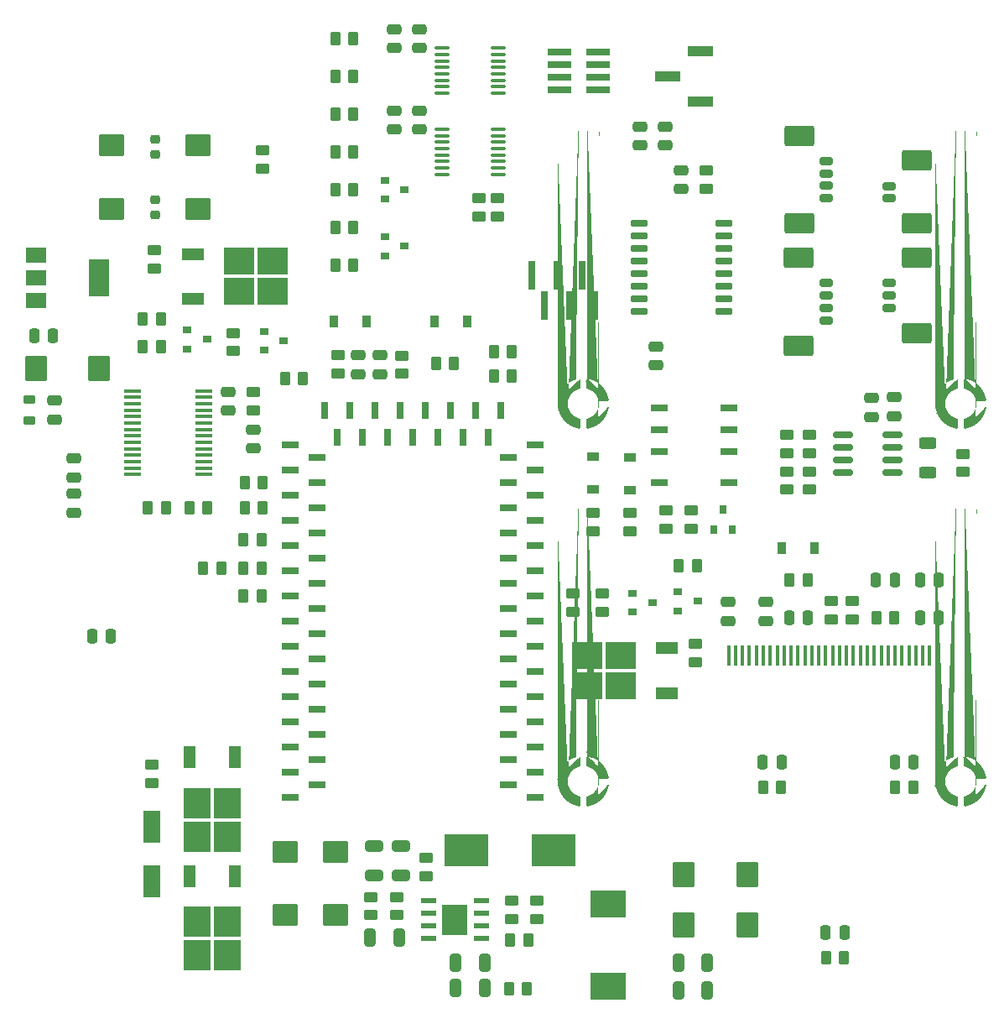
<source format=gbr>
%TF.GenerationSoftware,KiCad,Pcbnew,5.99.0-unknown-e950278637~142~ubuntu18.04.1*%
%TF.CreationDate,2021-10-25T23:56:18+03:00*%
%TF.ProjectId,cdf-1,6364662d-312e-46b6-9963-61645f706362,rev?*%
%TF.SameCoordinates,Original*%
%TF.FileFunction,Paste,Bot*%
%TF.FilePolarity,Positive*%
%FSLAX46Y46*%
G04 Gerber Fmt 4.6, Leading zero omitted, Abs format (unit mm)*
G04 Created by KiCad (PCBNEW 5.99.0-unknown-e950278637~142~ubuntu18.04.1) date 2021-10-25 23:56:18*
%MOMM*%
%LPD*%
G01*
G04 APERTURE LIST*
G04 Aperture macros list*
%AMRoundRect*
0 Rectangle with rounded corners*
0 $1 Rounding radius*
0 $2 $3 $4 $5 $6 $7 $8 $9 X,Y pos of 4 corners*
0 Add a 4 corners polygon primitive as box body*
4,1,4,$2,$3,$4,$5,$6,$7,$8,$9,$2,$3,0*
0 Add four circle primitives for the rounded corners*
1,1,$1+$1,$2,$3*
1,1,$1+$1,$4,$5*
1,1,$1+$1,$6,$7*
1,1,$1+$1,$8,$9*
0 Add four rect primitives between the rounded corners*
20,1,$1+$1,$2,$3,$4,$5,0*
20,1,$1+$1,$4,$5,$6,$7,0*
20,1,$1+$1,$6,$7,$8,$9,0*
20,1,$1+$1,$8,$9,$2,$3,0*%
%AMFreePoly0*
4,1,55,-1.033133,1.072210,-0.753086,1.009326,-0.481836,0.915487,-0.222795,0.791874,0.020780,0.640039,0.245828,0.461893,0.449519,0.259675,0.629293,0.035925,0.782890,-0.206542,0.908380,-0.464679,1.004184,-0.735241,1.069098,-1.014825,1.069100,-1.014828,1.068245,-1.020801,1.069263,-1.022202,1.069263,-1.084006,1.032936,-1.134006,0.974157,-1.153104,0.147677,-1.153104,0.088898,-1.134006,
0.084257,-1.127618,0.082872,-1.127062,0.076618,-1.117104,0.052571,-1.084006,0.052571,-1.078815,0.050002,-1.074724,0.050629,-1.065451,-0.011281,-0.874821,-0.102098,-0.686261,-0.217437,-0.511620,-0.355204,-0.354068,-0.512899,-0.216464,-0.687660,-0.101305,-0.876313,-0.010683,-1.067006,0.051030,-1.076279,0.050393,-1.079755,0.052571,-1.084006,0.052571,-1.110647,0.071927,-1.128652,0.083208,
-1.129676,0.085752,-1.134006,0.088898,-1.146820,0.128336,-1.151733,0.140540,-1.151320,0.142187,-1.153104,0.147677,-1.153104,0.974157,-1.134006,1.032936,-1.098889,1.058450,-1.094252,1.063016,-1.092174,1.063329,-1.084006,1.069263,-1.052735,1.069263,-1.033136,1.072212,-1.033133,1.072210,-1.033133,1.072210,$1*%
%AMFreePoly1*
4,1,55,-0.088898,1.134006,-0.084257,1.127618,-0.082872,1.127062,-0.076618,1.117104,-0.052571,1.084006,-0.052571,1.078815,-0.050002,1.074724,-0.050629,1.065451,0.011281,0.874821,0.102098,0.686261,0.217437,0.511620,0.355204,0.354068,0.512899,0.216464,0.687660,0.101305,0.876313,0.010683,1.067006,-0.051030,1.076279,-0.050393,1.079755,-0.052571,1.084006,-0.052571,1.110647,-0.071927,
1.128652,-0.083208,1.129676,-0.085752,1.134006,-0.088898,1.146820,-0.128336,1.151733,-0.140540,1.151320,-0.142187,1.153104,-0.147677,1.153104,-0.974157,1.134006,-1.032936,1.098889,-1.058450,1.094252,-1.063016,1.092174,-1.063329,1.084006,-1.069263,1.052735,-1.069263,1.033136,-1.072212,1.033133,-1.072210,0.753086,-1.009326,0.481836,-0.915487,0.222795,-0.791874,-0.020780,-0.640039,
-0.245828,-0.461893,-0.449519,-0.259675,-0.629293,-0.035925,-0.782890,0.206542,-0.908380,0.464679,-1.004184,0.735241,-1.069098,1.014825,-1.069100,1.014828,-1.068245,1.020801,-1.069263,1.022202,-1.069263,1.084006,-1.032936,1.134006,-0.974157,1.153104,-0.147677,1.153104,-0.088898,1.134006,-0.088898,1.134006,$1*%
%AMFreePoly2*
4,1,55,1.032936,1.134006,1.058450,1.098889,1.063016,1.094252,1.063329,1.092174,1.069263,1.084006,1.069263,1.052735,1.072212,1.033136,1.072210,1.033133,1.009326,0.753086,0.915487,0.481836,0.791874,0.222795,0.640039,-0.020780,0.461893,-0.245828,0.259675,-0.449519,0.035925,-0.629293,-0.206542,-0.782890,-0.464679,-0.908380,-0.735241,-1.004184,-1.014825,-1.069098,-1.014828,-1.069100,
-1.020801,-1.068245,-1.022202,-1.069263,-1.084006,-1.069263,-1.134006,-1.032936,-1.153104,-0.974157,-1.153104,-0.147677,-1.134006,-0.088898,-1.127618,-0.084257,-1.127062,-0.082872,-1.117104,-0.076618,-1.084006,-0.052571,-1.078815,-0.052571,-1.074724,-0.050002,-1.065451,-0.050629,-0.874821,0.011281,-0.686261,0.102098,-0.511620,0.217437,-0.354068,0.355204,-0.216464,0.512899,-0.101305,0.687660,
-0.010683,0.876313,0.051030,1.067006,0.050393,1.076279,0.052571,1.079755,0.052571,1.084006,0.071927,1.110647,0.083208,1.128652,0.085752,1.129676,0.088898,1.134006,0.128336,1.146820,0.140540,1.151733,0.142187,1.151320,0.147677,1.153104,0.974157,1.153104,1.032936,1.134006,1.032936,1.134006,$1*%
%AMFreePoly3*
4,1,55,1.134006,1.032936,1.153104,0.974157,1.153104,0.147677,1.134006,0.088898,1.127618,0.084257,1.127062,0.082872,1.117104,0.076618,1.084006,0.052571,1.078815,0.052571,1.074724,0.050002,1.065451,0.050629,0.874821,-0.011281,0.686261,-0.102098,0.511620,-0.217437,0.354068,-0.355204,0.216464,-0.512899,0.101305,-0.687660,0.010683,-0.876313,-0.051030,-1.067006,-0.050393,-1.076279,
-0.052571,-1.079755,-0.052571,-1.084006,-0.071927,-1.110647,-0.083208,-1.128652,-0.085752,-1.129676,-0.088898,-1.134006,-0.128336,-1.146820,-0.140540,-1.151733,-0.142187,-1.151320,-0.147677,-1.153104,-0.974157,-1.153104,-1.032936,-1.134006,-1.058450,-1.098889,-1.063016,-1.094252,-1.063329,-1.092174,-1.069263,-1.084006,-1.069263,-1.052735,-1.072212,-1.033136,-1.072210,-1.033133,-1.009326,-0.753086,
-0.915487,-0.481836,-0.791874,-0.222795,-0.640039,0.020780,-0.461893,0.245828,-0.259675,0.449519,-0.035925,0.629293,0.206542,0.782890,0.464679,0.908380,0.735241,1.004184,1.014825,1.069098,1.014828,1.069100,1.020801,1.068245,1.022202,1.069263,1.084006,1.069263,1.134006,1.032936,1.134006,1.032936,$1*%
G04 Aperture macros list end*
%ADD10RoundRect,0.249999X1.025001X-0.875001X1.025001X0.875001X-1.025001X0.875001X-1.025001X-0.875001X0*%
%ADD11RoundRect,0.249999X0.650001X-0.325001X0.650001X0.325001X-0.650001X0.325001X-0.650001X-0.325001X0*%
%ADD12RoundRect,0.249999X0.325001X0.650001X-0.325001X0.650001X-0.325001X-0.650001X0.325001X-0.650001X0*%
%ADD13RoundRect,0.249999X-0.325001X-0.650001X0.325001X-0.650001X0.325001X0.650001X-0.325001X0.650001X0*%
%ADD14RoundRect,0.249999X-0.875001X-1.025001X0.875001X-1.025001X0.875001X1.025001X-0.875001X1.025001X0*%
%ADD15RoundRect,0.250000X-0.475000X0.250000X-0.475000X-0.250000X0.475000X-0.250000X0.475000X0.250000X0*%
%ADD16RoundRect,0.250000X0.475000X-0.250000X0.475000X0.250000X-0.475000X0.250000X-0.475000X-0.250000X0*%
%ADD17RoundRect,0.250000X0.250000X0.475000X-0.250000X0.475000X-0.250000X-0.475000X0.250000X-0.475000X0*%
%ADD18RoundRect,0.250000X-0.250000X-0.475000X0.250000X-0.475000X0.250000X0.475000X-0.250000X0.475000X0*%
%ADD19R,0.900000X1.200000*%
%ADD20R,1.200000X0.900000*%
%ADD21R,1.800000X0.800000*%
%ADD22R,0.900000X0.800000*%
%ADD23R,0.800000X0.900000*%
%ADD24RoundRect,0.249998X0.450002X-0.262502X0.450002X0.262502X-0.450002X0.262502X-0.450002X-0.262502X0*%
%ADD25RoundRect,0.249998X-0.450002X0.262502X-0.450002X-0.262502X0.450002X-0.262502X0.450002X0.262502X0*%
%ADD26RoundRect,0.249998X0.262502X0.450002X-0.262502X0.450002X-0.262502X-0.450002X0.262502X-0.450002X0*%
%ADD27RoundRect,0.249998X-0.262502X-0.450002X0.262502X-0.450002X0.262502X0.450002X-0.262502X0.450002X0*%
%ADD28RoundRect,0.249997X0.625003X-0.312503X0.625003X0.312503X-0.625003X0.312503X-0.625003X-0.312503X0*%
%ADD29R,1.750000X0.450000*%
%ADD30RoundRect,0.218750X0.381250X-0.218750X0.381250X0.218750X-0.381250X0.218750X-0.381250X-0.218750X0*%
%ADD31RoundRect,0.100000X0.637500X0.100000X-0.637500X0.100000X-0.637500X-0.100000X0.637500X-0.100000X0*%
%ADD32R,3.050000X2.750000*%
%ADD33R,2.200000X1.200000*%
%ADD34R,2.400000X0.740000*%
%ADD35R,2.510000X1.000000*%
%ADD36R,0.400000X2.000000*%
%ADD37R,0.650000X3.000000*%
%ADD38RoundRect,0.225000X0.250000X-0.225000X0.250000X0.225000X-0.250000X0.225000X-0.250000X-0.225000X0*%
%ADD39RoundRect,0.225000X-0.250000X0.225000X-0.250000X-0.225000X0.250000X-0.225000X0.250000X0.225000X0*%
%ADD40RoundRect,0.249999X-1.025001X0.875001X-1.025001X-0.875001X1.025001X-0.875001X1.025001X0.875001X0*%
%ADD41RoundRect,0.249999X-0.262501X-0.450001X0.262501X-0.450001X0.262501X0.450001X-0.262501X0.450001X0*%
%ADD42RoundRect,0.249999X0.262501X0.450001X-0.262501X0.450001X-0.262501X-0.450001X0.262501X-0.450001X0*%
%ADD43R,1.800000X0.650000*%
%ADD44R,0.650000X1.800000*%
%ADD45RoundRect,0.249999X-0.450001X0.262501X-0.450001X-0.262501X0.450001X-0.262501X0.450001X0.262501X0*%
%ADD46R,2.000000X1.500000*%
%ADD47R,2.000000X3.800000*%
%ADD48RoundRect,0.190000X-0.635000X-0.190000X0.635000X-0.190000X0.635000X0.190000X-0.635000X0.190000X0*%
%ADD49RoundRect,0.200000X-0.450000X0.200000X-0.450000X-0.200000X0.450000X-0.200000X0.450000X0.200000X0*%
%ADD50RoundRect,0.250001X-1.249999X0.799999X-1.249999X-0.799999X1.249999X-0.799999X1.249999X0.799999X0*%
%ADD51RoundRect,0.200000X0.450000X-0.200000X0.450000X0.200000X-0.450000X0.200000X-0.450000X-0.200000X0*%
%ADD52RoundRect,0.250001X1.249999X-0.799999X1.249999X0.799999X-1.249999X0.799999X-1.249999X-0.799999X0*%
%ADD53R,3.600000X2.700000*%
%ADD54R,4.500000X3.300000*%
%ADD55R,2.750000X3.050000*%
%ADD56R,1.200000X2.200000*%
%ADD57R,1.700000X3.300000*%
%ADD58R,1.550000X0.600000*%
%ADD59R,2.600000X3.100000*%
%ADD60FreePoly0,0.000000*%
%ADD61FreePoly1,0.000000*%
%ADD62FreePoly2,0.000000*%
%ADD63FreePoly3,0.000000*%
%ADD64RoundRect,0.150000X-0.825000X-0.150000X0.825000X-0.150000X0.825000X0.150000X-0.825000X0.150000X0*%
%ADD65RoundRect,0.249999X0.450001X-0.262501X0.450001X0.262501X-0.450001X0.262501X-0.450001X-0.262501X0*%
G04 APERTURE END LIST*
D10*
%TO.C,C1*%
X180340000Y-137947000D03*
X180340000Y-131547000D03*
%TD*%
%TO.C,C5*%
X185420000Y-137947000D03*
X185420000Y-131547000D03*
%TD*%
D11*
%TO.C,C6*%
X189357000Y-133936000D03*
X189357000Y-130986000D03*
%TD*%
D12*
%TO.C,C7*%
X200484000Y-142748000D03*
X197534000Y-142748000D03*
%TD*%
D13*
%TO.C,C9*%
X188898000Y-140208000D03*
X191848000Y-140208000D03*
%TD*%
D14*
%TO.C,C11*%
X220574000Y-133858000D03*
X226974000Y-133858000D03*
%TD*%
D13*
%TO.C,C13*%
X220013000Y-142748000D03*
X222963000Y-142748000D03*
%TD*%
D14*
%TO.C,C16*%
X220574000Y-138938000D03*
X226974000Y-138938000D03*
%TD*%
D15*
%TO.C,C19*%
X157099000Y-86045000D03*
X157099000Y-87945000D03*
%TD*%
D16*
%TO.C,C21*%
X159004000Y-93787000D03*
X159004000Y-91887000D03*
%TD*%
D15*
%TO.C,C24*%
X216154000Y-58425000D03*
X216154000Y-60325000D03*
%TD*%
D17*
%TO.C,C25*%
X156906000Y-79502000D03*
X155006000Y-79502000D03*
%TD*%
D15*
%TO.C,C27*%
X218694000Y-58425000D03*
X218694000Y-60325000D03*
%TD*%
%TO.C,C28*%
X174625000Y-85156000D03*
X174625000Y-87056000D03*
%TD*%
%TO.C,C29*%
X177165000Y-88966000D03*
X177165000Y-90866000D03*
%TD*%
D18*
%TO.C,C36*%
X231206000Y-107950000D03*
X233106000Y-107950000D03*
%TD*%
D16*
%TO.C,C37*%
X225044000Y-108265000D03*
X225044000Y-106365000D03*
%TD*%
D15*
%TO.C,C38*%
X228854000Y-106365000D03*
X228854000Y-108265000D03*
%TD*%
D17*
%TO.C,C39*%
X246314000Y-107950000D03*
X244414000Y-107950000D03*
%TD*%
%TO.C,C42*%
X246314000Y-104140000D03*
X244414000Y-104140000D03*
%TD*%
%TO.C,C43*%
X241869000Y-104140000D03*
X239969000Y-104140000D03*
%TD*%
D16*
%TO.C,C45*%
X241808000Y-87625000D03*
X241808000Y-85725000D03*
%TD*%
D15*
%TO.C,C46*%
X239522000Y-85791000D03*
X239522000Y-87691000D03*
%TD*%
D19*
%TO.C,D6*%
X195454000Y-78105000D03*
X198754000Y-78105000D03*
%TD*%
%TO.C,D7*%
X185294000Y-78105000D03*
X188594000Y-78105000D03*
%TD*%
D20*
%TO.C,D14*%
X211455000Y-94995000D03*
X211455000Y-91695000D03*
%TD*%
%TO.C,D15*%
X215138000Y-95122000D03*
X215138000Y-91822000D03*
%TD*%
D19*
%TO.C,D16*%
X233806000Y-100965000D03*
X230506000Y-100965000D03*
%TD*%
D21*
%TO.C,K1*%
X218115000Y-94351000D03*
X218115000Y-91151000D03*
X218115000Y-88951000D03*
X218115000Y-86751000D03*
X225115000Y-86751000D03*
X225115000Y-88951000D03*
X225115000Y-91151000D03*
X225115000Y-94351000D03*
%TD*%
D22*
%TO.C,Q3*%
X170450000Y-80833000D03*
X170450000Y-78933000D03*
X172450000Y-79883000D03*
%TD*%
%TO.C,Q4*%
X190389000Y-71435000D03*
X190389000Y-69535000D03*
X192389000Y-70485000D03*
%TD*%
%TO.C,Q5*%
X178197000Y-80960000D03*
X178197000Y-79060000D03*
X180197000Y-80010000D03*
%TD*%
D23*
%TO.C,Q8*%
X225486000Y-99044000D03*
X223586000Y-99044000D03*
X224536000Y-97044000D03*
%TD*%
D22*
%TO.C,Q9*%
X215408000Y-107376000D03*
X215408000Y-105476000D03*
X217408000Y-106426000D03*
%TD*%
%TO.C,Q10*%
X219980000Y-107249000D03*
X219980000Y-105349000D03*
X221980000Y-106299000D03*
%TD*%
D24*
%TO.C,R5*%
X194564000Y-134008500D03*
X194564000Y-132183500D03*
%TD*%
D25*
%TO.C,R6*%
X191643000Y-136120500D03*
X191643000Y-137945500D03*
%TD*%
D24*
%TO.C,R7*%
X188976000Y-137945500D03*
X188976000Y-136120500D03*
%TD*%
D26*
%TO.C,R9*%
X197381500Y-82296000D03*
X195556500Y-82296000D03*
%TD*%
%TO.C,R17*%
X167790500Y-77851000D03*
X165965500Y-77851000D03*
%TD*%
D27*
%TO.C,R19*%
X165965500Y-80645000D03*
X167790500Y-80645000D03*
%TD*%
D24*
%TO.C,R23*%
X175133000Y-81049500D03*
X175133000Y-79224500D03*
%TD*%
D26*
%TO.C,R24*%
X187221500Y-64770000D03*
X185396500Y-64770000D03*
%TD*%
D24*
%TO.C,R25*%
X177165000Y-87018500D03*
X177165000Y-85193500D03*
%TD*%
D26*
%TO.C,R30*%
X172489500Y-96901000D03*
X170664500Y-96901000D03*
%TD*%
%TO.C,R31*%
X168298500Y-96901000D03*
X166473500Y-96901000D03*
%TD*%
%TO.C,R32*%
X177950500Y-102997000D03*
X176125500Y-102997000D03*
%TD*%
D24*
%TO.C,R33*%
X201803000Y-67460500D03*
X201803000Y-65635500D03*
%TD*%
%TO.C,R34*%
X221361000Y-98980000D03*
X221361000Y-97155000D03*
%TD*%
%TO.C,R35*%
X218821000Y-98956500D03*
X218821000Y-97131500D03*
%TD*%
%TO.C,R38*%
X211455000Y-99210500D03*
X211455000Y-97385500D03*
%TD*%
%TO.C,R39*%
X215138000Y-99210500D03*
X215138000Y-97385500D03*
%TD*%
D27*
%TO.C,R40*%
X231243500Y-104140000D03*
X233068500Y-104140000D03*
%TD*%
D26*
%TO.C,R42*%
X178077500Y-94361000D03*
X176252500Y-94361000D03*
%TD*%
D27*
%TO.C,R44*%
X176252500Y-96901000D03*
X178077500Y-96901000D03*
%TD*%
D24*
%TO.C,R45*%
X209423000Y-107338500D03*
X209423000Y-105513500D03*
%TD*%
D25*
%TO.C,R46*%
X248793000Y-91416500D03*
X248793000Y-93241500D03*
%TD*%
D28*
%TO.C,R47*%
X245237000Y-93283500D03*
X245237000Y-90358500D03*
%TD*%
D24*
%TO.C,R50*%
X212344000Y-107338500D03*
X212344000Y-105513500D03*
%TD*%
D26*
%TO.C,R51*%
X241831500Y-107950000D03*
X240006500Y-107950000D03*
%TD*%
D27*
%TO.C,R52*%
X220067500Y-102743000D03*
X221892500Y-102743000D03*
%TD*%
D24*
%TO.C,R53*%
X221742000Y-112418500D03*
X221742000Y-110593500D03*
%TD*%
%TO.C,R54*%
X231013000Y-91336500D03*
X231013000Y-89511500D03*
%TD*%
D25*
%TO.C,R55*%
X231013000Y-93194500D03*
X231013000Y-95019500D03*
%TD*%
%TO.C,R57*%
X233299000Y-89511500D03*
X233299000Y-91336500D03*
%TD*%
D24*
%TO.C,R58*%
X233299000Y-95019500D03*
X233299000Y-93194500D03*
%TD*%
D29*
%TO.C,U3*%
X172129000Y-85056000D03*
X172129000Y-85706000D03*
X172129000Y-86356000D03*
X172129000Y-87006000D03*
X172129000Y-87656000D03*
X172129000Y-88306000D03*
X172129000Y-88956000D03*
X172129000Y-89606000D03*
X172129000Y-90256000D03*
X172129000Y-90906000D03*
X172129000Y-91556000D03*
X172129000Y-92206000D03*
X172129000Y-92856000D03*
X172129000Y-93506000D03*
X164929000Y-93506000D03*
X164929000Y-92856000D03*
X164929000Y-92206000D03*
X164929000Y-91556000D03*
X164929000Y-90906000D03*
X164929000Y-90256000D03*
X164929000Y-89606000D03*
X164929000Y-88956000D03*
X164929000Y-88306000D03*
X164929000Y-87656000D03*
X164929000Y-87006000D03*
X164929000Y-86356000D03*
X164929000Y-85706000D03*
X164929000Y-85056000D03*
%TD*%
D30*
%TO.C,FB1*%
X154559000Y-88057500D03*
X154559000Y-85932500D03*
%TD*%
D31*
%TO.C,U4*%
X201871500Y-58685000D03*
X201871500Y-59335000D03*
X201871500Y-59985000D03*
X201871500Y-60635000D03*
X201871500Y-61285000D03*
X201871500Y-61935000D03*
X201871500Y-62585000D03*
X201871500Y-63235000D03*
X196146500Y-63235000D03*
X196146500Y-62585000D03*
X196146500Y-61935000D03*
X196146500Y-61285000D03*
X196146500Y-60635000D03*
X196146500Y-59985000D03*
X196146500Y-59335000D03*
X196146500Y-58685000D03*
%TD*%
D32*
%TO.C,Q11*%
X214205000Y-114809000D03*
X214205000Y-111759000D03*
X210855000Y-111759000D03*
X210855000Y-114809000D03*
D33*
X218830000Y-111004000D03*
X218830000Y-115564000D03*
%TD*%
D32*
%TO.C,Q7*%
X175685000Y-75058000D03*
X175685000Y-72008000D03*
X179035000Y-75058000D03*
X179035000Y-72008000D03*
D33*
X171060000Y-75813000D03*
X171060000Y-71253000D03*
%TD*%
D16*
%TO.C,C30*%
X191389000Y-58685000D03*
X191389000Y-56785000D03*
%TD*%
D34*
%TO.C,J12*%
X211896400Y-50850000D03*
X207996400Y-50850000D03*
X211896400Y-52120000D03*
X207996400Y-52120000D03*
X211896400Y-53390000D03*
X207996400Y-53390000D03*
X211896400Y-54660000D03*
X207996400Y-54660000D03*
%TD*%
D31*
%TO.C,U5*%
X201871500Y-50480000D03*
X201871500Y-51130000D03*
X201871500Y-51780000D03*
X201871500Y-52430000D03*
X201871500Y-53080000D03*
X201871500Y-53730000D03*
X201871500Y-54380000D03*
X201871500Y-55030000D03*
X196146500Y-55030000D03*
X196146500Y-54380000D03*
X196146500Y-53730000D03*
X196146500Y-53080000D03*
X196146500Y-52430000D03*
X196146500Y-51780000D03*
X196146500Y-51130000D03*
X196146500Y-50480000D03*
%TD*%
D16*
%TO.C,C34*%
X193929000Y-50480000D03*
X193929000Y-48580000D03*
%TD*%
%TO.C,C31*%
X191389000Y-50480000D03*
X191389000Y-48580000D03*
%TD*%
%TO.C,C32*%
X193929000Y-58685000D03*
X193929000Y-56785000D03*
%TD*%
D26*
%TO.C,R16*%
X204747500Y-145415000D03*
X202922500Y-145415000D03*
%TD*%
D22*
%TO.C,Q6*%
X190389000Y-65720000D03*
X190389000Y-63820000D03*
X192389000Y-64770000D03*
%TD*%
D27*
%TO.C,R22*%
X185396500Y-68580000D03*
X187221500Y-68580000D03*
%TD*%
D24*
%TO.C,R37*%
X199898000Y-67460500D03*
X199898000Y-65635500D03*
%TD*%
D27*
%TO.C,R21*%
X185396500Y-53340000D03*
X187221500Y-53340000D03*
%TD*%
%TO.C,R18*%
X185396500Y-60960000D03*
X187221500Y-60960000D03*
%TD*%
D26*
%TO.C,R28*%
X187221500Y-72390000D03*
X185396500Y-72390000D03*
%TD*%
D27*
%TO.C,R20*%
X185396500Y-49530000D03*
X187221500Y-49530000D03*
%TD*%
%TO.C,R26*%
X185396500Y-57150000D03*
X187221500Y-57150000D03*
%TD*%
D35*
%TO.C,JP10*%
X222254000Y-50800000D03*
X218944000Y-53340000D03*
X222254000Y-55880000D03*
%TD*%
D26*
%TO.C,R59*%
X182141500Y-83820000D03*
X180316500Y-83820000D03*
%TD*%
D25*
%TO.C,R27*%
X167132000Y-70866000D03*
X167132000Y-72691000D03*
%TD*%
D24*
%TO.C,R29*%
X178054000Y-62634500D03*
X178054000Y-60809500D03*
%TD*%
D36*
%TO.C,U7*%
X225104800Y-111760000D03*
X225804800Y-111760000D03*
X226504800Y-111760000D03*
X227204800Y-111760000D03*
X227904800Y-111760000D03*
X228604800Y-111760000D03*
X229304800Y-111760000D03*
X230004800Y-111760000D03*
X230704800Y-111760000D03*
X231404800Y-111760000D03*
X232104800Y-111760000D03*
X232804800Y-111760000D03*
X233504800Y-111760000D03*
X234204800Y-111760000D03*
X234904800Y-111760000D03*
X235604800Y-111760000D03*
X236304800Y-111760000D03*
X237004800Y-111760000D03*
X237704800Y-111760000D03*
X238404800Y-111760000D03*
X239104800Y-111760000D03*
X239804800Y-111760000D03*
X240504800Y-111760000D03*
X241204800Y-111760000D03*
X241904800Y-111760000D03*
X242604800Y-111760000D03*
X243304800Y-111760000D03*
X244004800Y-111760000D03*
X244704800Y-111760000D03*
X245404800Y-111760000D03*
%TD*%
D37*
%TO.C,J11*%
X205232000Y-73430000D03*
X206502000Y-76430000D03*
X207772000Y-73430000D03*
X209042000Y-76430000D03*
X210312000Y-73430000D03*
X211582000Y-76430000D03*
%TD*%
D17*
%TO.C,C12*%
X162748000Y-109855000D03*
X160848000Y-109855000D03*
%TD*%
D38*
%TO.C,C14*%
X167259000Y-61227000D03*
X167259000Y-59677000D03*
%TD*%
D10*
%TO.C,C15*%
X171577000Y-66700000D03*
X171577000Y-60300000D03*
%TD*%
D39*
%TO.C,C17*%
X167259000Y-65773000D03*
X167259000Y-67323000D03*
%TD*%
D40*
%TO.C,C18*%
X162814000Y-60300000D03*
X162814000Y-66700000D03*
%TD*%
D41*
%TO.C,R1*%
X176125500Y-105791000D03*
X177950500Y-105791000D03*
%TD*%
D42*
%TO.C,R2*%
X177974000Y-100076000D03*
X176149000Y-100076000D03*
%TD*%
D41*
%TO.C,R10*%
X201398500Y-81153000D03*
X203223500Y-81153000D03*
%TD*%
%TO.C,R11*%
X201398500Y-83566000D03*
X203223500Y-83566000D03*
%TD*%
D42*
%TO.C,R15*%
X173886500Y-102997000D03*
X172061500Y-102997000D03*
%TD*%
D43*
%TO.C,U2*%
X180849000Y-126040000D03*
X183549000Y-124770000D03*
X180849000Y-123500000D03*
X183549000Y-122230000D03*
X180849000Y-120960000D03*
X183549000Y-119690000D03*
X180849000Y-118420000D03*
X183549000Y-117150000D03*
X180849000Y-115880000D03*
X183549000Y-114610000D03*
X180849000Y-113340000D03*
X183549000Y-112070000D03*
X180849000Y-110800000D03*
X183549000Y-109530000D03*
X180849000Y-108260000D03*
X183549000Y-106990000D03*
X180849000Y-105720000D03*
X183549000Y-104450000D03*
X180849000Y-103180000D03*
X183549000Y-101910000D03*
X180849000Y-100640000D03*
X183549000Y-99370000D03*
X180849000Y-98100000D03*
X183549000Y-96830000D03*
X180849000Y-95560000D03*
X183549000Y-94290000D03*
X180849000Y-93020000D03*
X183549000Y-91750000D03*
X180849000Y-90480000D03*
D44*
X184299000Y-87010000D03*
X185569000Y-89710000D03*
X186839000Y-87010000D03*
X188109000Y-89710000D03*
X189379000Y-87010000D03*
X190649000Y-89710000D03*
X191919000Y-87010000D03*
X193189000Y-89710000D03*
X194459000Y-87010000D03*
X195729000Y-89710000D03*
X196999000Y-87010000D03*
X198269000Y-89710000D03*
X199539000Y-87010000D03*
X200809000Y-89710000D03*
X202079000Y-87010000D03*
D43*
X205549000Y-90480000D03*
X202849000Y-91750000D03*
X205549000Y-93020000D03*
X202849000Y-94290000D03*
X205549000Y-95560000D03*
X202849000Y-96830000D03*
X205549000Y-98100000D03*
X202849000Y-99370000D03*
X205549000Y-100640000D03*
X202849000Y-101910000D03*
X205549000Y-103180000D03*
X202849000Y-104450000D03*
X205549000Y-105720000D03*
X202849000Y-106990000D03*
X205549000Y-108260000D03*
X202849000Y-109530000D03*
X205549000Y-110800000D03*
X202849000Y-112070000D03*
X205549000Y-113340000D03*
X202849000Y-114610000D03*
X205549000Y-115880000D03*
X202849000Y-117150000D03*
X205549000Y-118420000D03*
X202849000Y-119690000D03*
X205549000Y-120960000D03*
X202849000Y-122230000D03*
X205549000Y-123500000D03*
X202849000Y-124770000D03*
X205549000Y-126040000D03*
%TD*%
D14*
%TO.C,C22*%
X155169000Y-82804000D03*
X161569000Y-82804000D03*
%TD*%
D16*
%TO.C,C4*%
X189907300Y-83373000D03*
X189907300Y-81473000D03*
%TD*%
D45*
%TO.C,R3*%
X192151000Y-81510500D03*
X192151000Y-83335500D03*
%TD*%
D15*
%TO.C,C2*%
X187706000Y-81473000D03*
X187706000Y-83373000D03*
%TD*%
D46*
%TO.C,U9*%
X155219000Y-75960000D03*
D47*
X161519000Y-73660000D03*
D46*
X155219000Y-73660000D03*
X155219000Y-71360000D03*
%TD*%
D15*
%TO.C,C35*%
X220345000Y-62804000D03*
X220345000Y-64704000D03*
%TD*%
%TO.C,C33*%
X217805000Y-80584000D03*
X217805000Y-82484000D03*
%TD*%
D24*
%TO.C,R36*%
X222885000Y-64666500D03*
X222885000Y-62841500D03*
%TD*%
D48*
%TO.C,U6*%
X216090000Y-77089000D03*
X216090000Y-75819000D03*
X216090000Y-74549000D03*
X216090000Y-73279000D03*
X216090000Y-72009000D03*
X216090000Y-70739000D03*
X216090000Y-69469000D03*
X216090000Y-68199000D03*
X224600000Y-68199000D03*
X224600000Y-69469000D03*
X224600000Y-70739000D03*
X224600000Y-72009000D03*
X224600000Y-73279000D03*
X224600000Y-74549000D03*
X224600000Y-75819000D03*
X224600000Y-77089000D03*
%TD*%
D49*
%TO.C,J18*%
X241320000Y-64399000D03*
X241320000Y-65649000D03*
D50*
X244070000Y-61849000D03*
X244070000Y-68199000D03*
%TD*%
D51*
%TO.C,J19*%
X234972000Y-65629000D03*
X234972000Y-64379000D03*
X234972000Y-63129000D03*
X234972000Y-61879000D03*
D52*
X232222000Y-59329000D03*
X232222000Y-68179000D03*
%TD*%
D53*
%TO.C,L1*%
X212979000Y-136820000D03*
X212979000Y-145120000D03*
%TD*%
D54*
%TO.C,D2*%
X207473000Y-131445000D03*
X198673000Y-131445000D03*
%TD*%
D55*
%TO.C,Q1*%
X171448000Y-138636000D03*
X171448000Y-141986000D03*
X174498000Y-138636000D03*
X174498000Y-141986000D03*
D56*
X170693000Y-134011000D03*
X175253000Y-134011000D03*
%TD*%
D55*
%TO.C,Q2*%
X171449000Y-130013000D03*
X174499000Y-130013000D03*
X174499000Y-126663000D03*
X171449000Y-126663000D03*
D56*
X170694000Y-122038000D03*
X175254000Y-122038000D03*
%TD*%
D24*
%TO.C,R14*%
X166878000Y-124610500D03*
X166878000Y-122785500D03*
%TD*%
D57*
%TO.C,D4*%
X166878000Y-134576000D03*
X166878000Y-129076000D03*
%TD*%
D13*
%TO.C,C10*%
X220013000Y-145542000D03*
X222963000Y-145542000D03*
%TD*%
D25*
%TO.C,R13*%
X203200000Y-136501500D03*
X203200000Y-138326500D03*
%TD*%
D24*
%TO.C,R12*%
X205740000Y-138326500D03*
X205740000Y-136501500D03*
%TD*%
D11*
%TO.C,C3*%
X192024000Y-133936000D03*
X192024000Y-130986000D03*
%TD*%
D58*
%TO.C,U1*%
X194785000Y-140335000D03*
X194785000Y-139065000D03*
X194785000Y-137795000D03*
X194785000Y-136525000D03*
X200185000Y-136525000D03*
X200185000Y-137795000D03*
X200185000Y-139065000D03*
X200185000Y-140335000D03*
D59*
X197485000Y-138430000D03*
%TD*%
D12*
%TO.C,C8*%
X200484000Y-145288000D03*
X197534000Y-145288000D03*
%TD*%
D27*
%TO.C,R8*%
X203049500Y-140462000D03*
X204874500Y-140462000D03*
%TD*%
D17*
%TO.C,C44*%
X236789000Y-139700000D03*
X234889000Y-139700000D03*
%TD*%
%TO.C,C41*%
X230439000Y-122555000D03*
X228539000Y-122555000D03*
%TD*%
D26*
%TO.C,R56*%
X236751500Y-142240000D03*
X234926500Y-142240000D03*
%TD*%
D17*
%TO.C,C40*%
X243774000Y-122555000D03*
X241874000Y-122555000D03*
%TD*%
D27*
%TO.C,R49*%
X228576500Y-125095000D03*
X230401500Y-125095000D03*
%TD*%
D60*
%TO.C,H4*%
X211892104Y-123006896D03*
D61*
X208985896Y-125913104D03*
D62*
X211892104Y-125913104D03*
D63*
X208985896Y-123006896D03*
%TD*%
%TO.C,H2*%
X247085896Y-84906896D03*
D61*
X247085896Y-87813104D03*
D60*
X249992104Y-84906896D03*
D62*
X249992104Y-87813104D03*
%TD*%
D60*
%TO.C,H3*%
X249992104Y-123006896D03*
D63*
X247085896Y-123006896D03*
D61*
X247085896Y-125913104D03*
D62*
X249992104Y-125913104D03*
%TD*%
%TO.C,H1*%
X211892104Y-87813104D03*
D60*
X211892104Y-84906896D03*
D61*
X208985896Y-87813104D03*
D63*
X208985896Y-84906896D03*
%TD*%
D49*
%TO.C,J16*%
X241320000Y-74188000D03*
X241320000Y-75438000D03*
X241320000Y-76688000D03*
D50*
X244070000Y-71638000D03*
X244070000Y-79238000D03*
%TD*%
D51*
%TO.C,J14*%
X234930000Y-77948000D03*
X234930000Y-76698000D03*
X234930000Y-75448000D03*
X234930000Y-74198000D03*
D52*
X232180000Y-80498000D03*
X232180000Y-71648000D03*
%TD*%
D64*
%TO.C,U8*%
X236666000Y-93345000D03*
X236666000Y-92075000D03*
X236666000Y-90805000D03*
X236666000Y-89535000D03*
X241616000Y-89535000D03*
X241616000Y-90805000D03*
X241616000Y-92075000D03*
X241616000Y-93345000D03*
%TD*%
D27*
%TO.C,R48*%
X241911500Y-125095000D03*
X243736500Y-125095000D03*
%TD*%
D25*
%TO.C,R43*%
X235458000Y-106275500D03*
X235458000Y-108100500D03*
%TD*%
D24*
%TO.C,R41*%
X237617000Y-108100500D03*
X237617000Y-106275500D03*
%TD*%
D15*
%TO.C,C20*%
X159004000Y-95430000D03*
X159004000Y-97330000D03*
%TD*%
D65*
%TO.C,R4*%
X185674000Y-83312000D03*
X185674000Y-81487000D03*
%TD*%
M02*

</source>
